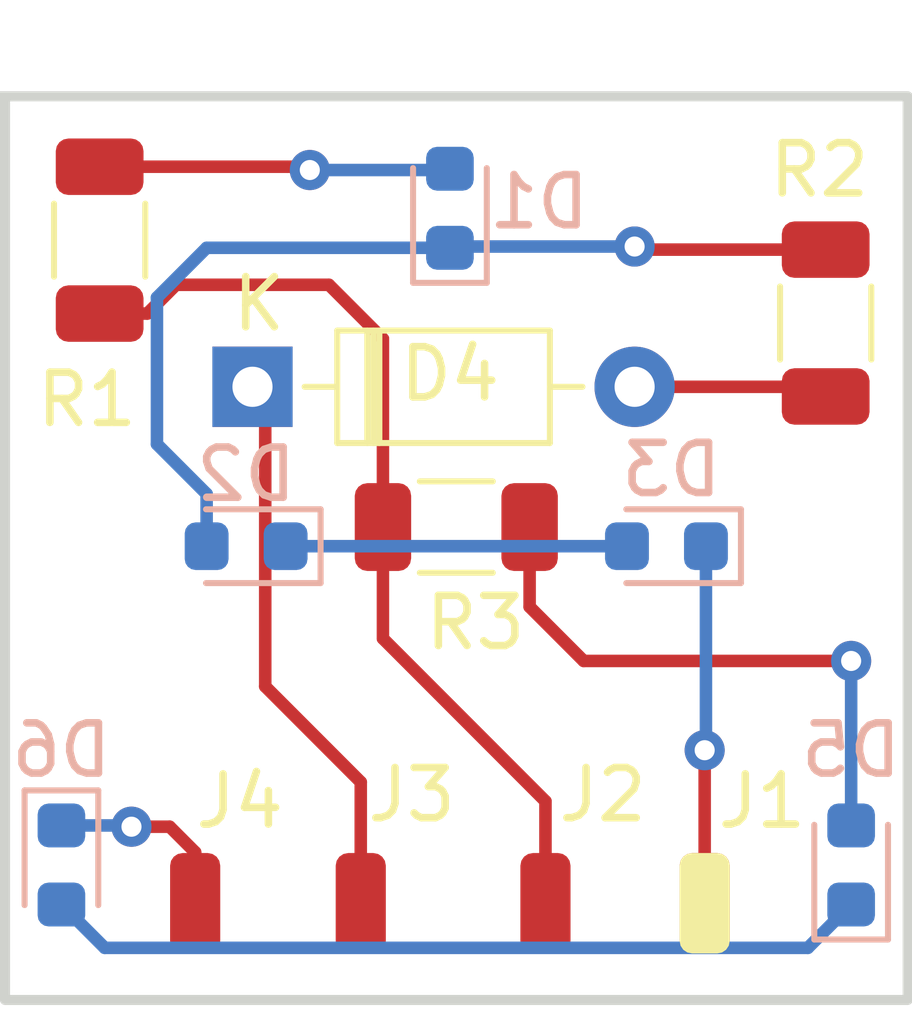
<source format=kicad_pcb>
(kicad_pcb (version 20211014) (generator pcbnew)
  (layers (0 "F.Cu" signal) (31 "B.Cu" signal) (34 "B.Paste" user) (35 "F.Paste" user) (36 "B.SilkS" user "B.Silkscreen") (37 "F.SilkS" user "F.Silkscreen") (38 "B.Mask" user) (39 "F.Mask" user) (44 "Edge.Cuts" user))
  (property "author" "Frans Jacobs")
  (property "title" "DHG 700 led")
  (net 0 "")
  (net 1 "Net-(D1-Pad1)")
  (net 2 "Net-(D1-Pad2)")
  (net 3 "Net-(D2-Pad1)")
  (net 4 "Net-(D3-Pad1)")
  (net 5 "Net-(D4-Pad1)")
  (net 6 "Net-(D4-Pad2)")
  (net 7 "Net-(D5-Pad1)")
  (net 8 "Net-(D5-Pad2)")
  (net 9 "Net-(D6-Pad1)")
  (net 10 "Net-(J2-Pad1)")
  (footprint "Connector_Wire:SolderWirePad_1x01_SMD_1x2mm" (layer "F.Cu") (at 113.792 76.073)
    (fp_text reference "J4" (at 0.889 -2.032) (layer "F.SilkS"))
    (fp_text value "R")
    (pad "1" smd roundrect (at 0 0) (size 1 2) (layers "F.Cu" "B.Paste" "F.Mask") (net 9 "Net-(D6-Pad1)"))
  )
  (footprint "Resistor_SMD:R_1206_3216Metric" (layer "F.Cu") (at 111.887 62.865 90)
    (fp_text reference "R1" (at -3.175 -0.254) (layer "F.SilkS"))
    (fp_text value "4k7")
    (fp_line (start -0.727064 -0.91) (end 0.727064 -0.91) (layer "F.SilkS") (width 0.12))
    (fp_line (start -0.727064 0.91) (end 0.727064 0.91) (layer "F.SilkS") (width 0.12))
    (pad "1" smd roundrect (at -1.4625 0 90) (size 1.125 1.75) (layers "F.Cu" "F.Paste" "F.Mask") (roundrect_rratio 0.2222222222) (net 10 "Net-(J2-Pad1)"))
    (pad "2" smd roundrect (at 1.4625 0 90) (size 1.125 1.75) (layers "F.Cu" "F.Paste" "F.Mask") (roundrect_rratio 0.2222222222) (net 2 "Net-(D1-Pad2)"))
  )
  (footprint "Connector_Wire:SolderWirePad_1x01_SMD_1x2mm" (layer "F.Cu") (at 117.094 76.073)
    (fp_text reference "J3" (at 1.016 -2.159) (layer "F.SilkS"))
    (fp_text value "S")
    (pad "1" smd roundrect (at 0 0) (size 1 2) (layers "F.Cu" "F.Paste" "F.Mask") (net 5 "Net-(D4-Pad1)"))
  )
  (footprint "Connector_Wire:SolderWirePad_1x01_SMD_1x2mm" (layer "F.Cu") (at 123.952 76.073)
    (fp_text reference "J1" (at 1.143 -2.032) (layer "F.SilkS"))
    (fp_text value "F")
    (pad "1" smd roundrect (at 0 0) (size 1 2) (layers "F.Cu" "F.SilkS" "F.Mask") (net 4 "Net-(D3-Pad1)"))
  )
  (footprint "Resistor_SMD:R_1206_3216Metric" (layer "F.Cu") (at 118.999 68.58)
    (fp_text reference "R3" (at 0.381 1.905) (layer "F.SilkS"))
    (fp_text value "10k")
    (fp_line (start -0.727064 0.91) (end 0.727064 0.91) (layer "F.SilkS") (width 0.12))
    (fp_line (start -0.727064 -0.91) (end 0.727064 -0.91) (layer "F.SilkS") (width 0.12))
    (pad "1" smd roundrect (at -1.4625 0) (size 1.125 1.75) (layers "F.Cu" "F.Paste" "F.Mask") (roundrect_rratio 0.2222222222) (net 10 "Net-(J2-Pad1)"))
    (pad "2" smd roundrect (at 1.4625 0) (size 1.125 1.75) (layers "F.Cu" "F.Paste" "F.Mask") (roundrect_rratio 0.2222222222) (net 8 "Net-(D5-Pad2)"))
  )
  (footprint "Connector_Wire:SolderWirePad_1x01_SMD_1x2mm" (layer "F.Cu") (at 120.777 76.073)
    (fp_text reference "J2" (at 1.143 -2.159) (layer "F.SilkS"))
    (fp_text value "+")
    (pad "1" smd roundrect (at 0 0) (size 1 2) (layers "F.Cu" "F.Paste" "F.Mask") (net 10 "Net-(J2-Pad1)"))
  )
  (footprint "Diode_THT:D_DO-35_SOD27_P7.62mm_Horizontal" (layer "F.Cu") (at 114.935 65.786)
    (fp_text reference "D4" (at 3.937 -0.254) (layer "F.SilkS"))
    (fp_text value "1N4148")
    (fp_text user "K" (at 0.127 -1.651) (layer "F.SilkS"))
    (fp_line (start 2.29 -1.12) (end 2.29 1.12) (layer "F.SilkS") (width 0.12))
    (fp_line (start 6.58 0) (end 5.93 0) (layer "F.SilkS") (width 0.12))
    (fp_line (start 1.04 0) (end 1.69 0) (layer "F.SilkS") (width 0.12))
    (fp_line (start 5.93 -1.12) (end 1.69 -1.12) (layer "F.SilkS") (width 0.12))
    (fp_line (start 2.41 -1.12) (end 2.41 1.12) (layer "F.SilkS") (width 0.12))
    (fp_line (start 1.69 1.12) (end 5.93 1.12) (layer "F.SilkS") (width 0.12))
    (fp_line (start 2.53 -1.12) (end 2.53 1.12) (layer "F.SilkS") (width 0.12))
    (fp_line (start 1.69 -1.12) (end 1.69 1.12) (layer "F.SilkS") (width 0.12))
    (fp_line (start 5.93 1.12) (end 5.93 -1.12) (layer "F.SilkS") (width 0.12))
    (pad "1" thru_hole rect (at 0 0) (size 1.6 1.6) (drill 0.8) (layers *.Cu *.Mask) (net 5 "Net-(D4-Pad1)"))
    (pad "2" thru_hole oval (at 7.62 0) (size 1.6 1.6) (drill 0.8) (layers *.Cu *.Mask) (net 6 "Net-(D4-Pad2)"))
  )
  (footprint "Resistor_SMD:R_1206_3216Metric" (layer "F.Cu") (at 126.365 64.516 -90)
    (fp_text reference "R2" (at -3.048 0.127) (layer "F.SilkS"))
    (fp_text value "270")
    (fp_line (start -0.727064 -0.91) (end 0.727064 -0.91) (layer "F.SilkS") (width 0.12))
    (fp_line (start -0.727064 0.91) (end 0.727064 0.91) (layer "F.SilkS") (width 0.12))
    (pad "1" smd roundrect (at -1.4625 0 270) (size 1.125 1.75) (layers "F.Cu" "F.Paste" "F.Mask") (roundrect_rratio 0.2222222222) (net 1 "Net-(D1-Pad1)"))
    (pad "2" smd roundrect (at 1.4625 0 270) (size 1.125 1.75) (layers "F.Cu" "F.Paste" "F.Mask") (roundrect_rratio 0.2222222222) (net 6 "Net-(D4-Pad2)"))
  )
  (footprint "LED_SMD:LED_0603_1608Metric" (layer "B.Cu") (at 111.125 75.311 -90)
    (fp_text reference "D6" (at -2.286 0) (layer "B.SilkS") (effects (justify mirror)))
    (fp_text value "Led Red")
    (fp_line (start 0.8 0.735) (end -1.485 0.735) (layer "B.SilkS") (width 0.12))
    (fp_line (start -1.485 -0.735) (end 0.8 -0.735) (layer "B.SilkS") (width 0.12))
    (fp_line (start -1.485 0.735) (end -1.485 -0.735) (layer "B.SilkS") (width 0.12))
    (pad "1" smd roundrect (at -0.7875 0 270) (size 0.875 0.95) (layers "B.Cu" "B.Paste" "B.Mask") (net 9 "Net-(D6-Pad1)"))
    (pad "2" smd roundrect (at 0.7875 0 270) (size 0.875 0.95) (layers "B.Cu" "B.Paste" "B.Mask") (net 7 "Net-(D5-Pad1)"))
  )
  (footprint "LED_SMD:LED_0603_1608Metric" (layer "B.Cu") (at 114.808 68.961 180)
    (fp_text reference "D2" (at 0 1.43) (layer "B.SilkS") (effects (justify mirror)))
    (fp_text value "Led Yellow")
    (fp_line (start 0.8 0.735) (end -1.485 0.735) (layer "B.SilkS") (width 0.12))
    (fp_line (start -1.485 0.735) (end -1.485 -0.735) (layer "B.SilkS") (width 0.12))
    (fp_line (start -1.485 -0.735) (end 0.8 -0.735) (layer "B.SilkS") (width 0.12))
    (pad "1" smd roundrect (at -0.7875 0 180) (size 0.875 0.95) (layers "B.Cu" "B.Paste" "B.Mask") (net 3 "Net-(D2-Pad1)"))
    (pad "2" smd roundrect (at 0.7875 0 180) (size 0.875 0.95) (layers "B.Cu" "B.Paste" "B.Mask") (net 1 "Net-(D1-Pad1)"))
  )
  (footprint "LED_SMD:LED_0603_1608Metric" (layer "B.Cu") (at 123.19 68.961 180)
    (fp_text reference "D3" (at -0.1015 1.524) (layer "B.SilkS") (effects (justify mirror)))
    (fp_text value "Led Yellow")
    (fp_line (start -1.485 -0.735) (end 0.8 -0.735) (layer "B.SilkS") (width 0.12))
    (fp_line (start -1.485 0.735) (end -1.485 -0.735) (layer "B.SilkS") (width 0.12))
    (fp_line (start 0.8 0.735) (end -1.485 0.735) (layer "B.SilkS") (width 0.12))
    (pad "1" smd roundrect (at -0.7875 0 180) (size 0.875 0.95) (layers "B.Cu" "B.Paste" "B.Mask") (net 4 "Net-(D3-Pad1)"))
    (pad "2" smd roundrect (at 0.7875 0 180) (size 0.875 0.95) (layers "B.Cu" "B.Paste" "B.Mask") (net 3 "Net-(D2-Pad1)"))
  )
  (footprint "LED_SMD:LED_0603_1608Metric" (layer "B.Cu") (at 126.873 75.311 90)
    (fp_text reference "D5" (at 2.286 0) (layer "B.SilkS") (effects (justify mirror)))
    (fp_text value "Led Red")
    (fp_line (start 0.8 0.735) (end -1.485 0.735) (layer "B.SilkS") (width 0.12))
    (fp_line (start -1.485 0.735) (end -1.485 -0.735) (layer "B.SilkS") (width 0.12))
    (fp_line (start -1.485 -0.735) (end 0.8 -0.735) (layer "B.SilkS") (width 0.12))
    (pad "1" smd roundrect (at -0.7875 0 90) (size 0.875 0.95) (layers "B.Cu" "B.Paste" "B.Mask") (net 7 "Net-(D5-Pad1)"))
    (pad "2" smd roundrect (at 0.7875 0 90) (size 0.875 0.95) (layers "B.Cu" "B.Paste" "B.Mask") (net 8 "Net-(D5-Pad2)"))
  )
  (footprint "LED_SMD:LED_0603_1608Metric" (layer "B.Cu") (at 118.872 62.23 90)
    (fp_text reference "D1" (at 0.127 1.778) (layer "B.SilkS") (effects (justify mirror)))
    (fp_text value "Led Yellow")
    (fp_line (start -1.485 -0.735) (end 0.8 -0.735) (layer "B.SilkS") (width 0.12))
    (fp_line (start 0.8 0.735) (end -1.485 0.735) (layer "B.SilkS") (width 0.12))
    (fp_line (start -1.485 0.735) (end -1.485 -0.735) (layer "B.SilkS") (width 0.12))
    (pad "1" smd roundrect (at -0.7875 0 90) (size 0.875 0.95) (layers "B.Cu" "B.Paste" "B.Mask") (net 1 "Net-(D1-Pad1)"))
    (pad "2" smd roundrect (at 0.7875 0 90) (size 0.875 0.95) (layers "B.Cu" "B.Paste" "B.Mask") (net 2 "Net-(D1-Pad2)"))
  )
  (gr_rect locked (start 110 60) (end 128 78) (layer "Edge.Cuts") (width 0.2) (fill none))
  (segment (start 122.7435 63.0535) (end 122.6165 63.0535) (width 0.25) (layer "F.Cu") (net 1))
  (segment (start 126.365 63.0535) (end 122.7435 63.0535) (width 0.25) (layer "F.Cu") (net 1))
  (segment (start 122.6165 63.0535) (end 122.555 62.992) (width 0.25) (layer "F.Cu") (net 1))
  (via (at 122.555 62.992) (size 0.8) (drill 0.4) (layers "F.Cu" "B.Cu") (net 1))
  (segment (start 114.0205 68.961) (end 114.0205 67.9195) (width 0.25) (layer "B.Cu") (net 1))
  (segment (start 114.0205 67.9195) (end 113.03 66.929) (width 0.25) (layer "B.Cu") (net 1))
  (segment (start 113.03 66.929) (end 113.03 64.008) (width 0.25) (layer "B.Cu") (net 1))
  (segment (start 118.8975 62.992) (end 118.872 63.0175) (width 0.25) (layer "B.Cu") (net 1))
  (segment (start 122.555 62.992) (end 118.8975 62.992) (width 0.25) (layer "B.Cu") (net 1))
  (segment (start 113.03 64.008) (end 114.0205 63.0175) (width 0.25) (layer "B.Cu") (net 1))
  (segment (start 114.0205 63.0175) (end 118.872 63.0175) (width 0.25) (layer "B.Cu") (net 1))
  (segment (start 111.887 61.4025) (end 115.6315 61.4025) (width 0.25) (layer "F.Cu") (net 2))
  (segment (start 116.0125 61.4025) (end 116.078 61.468) (width 0.25) (layer "F.Cu") (net 2))
  (segment (start 115.6315 61.4025) (end 116.0125 61.4025) (width 0.25) (layer "F.Cu") (net 2))
  (via (at 116.078 61.468) (size 0.8) (drill 0.4) (layers "F.Cu" "B.Cu") (net 2))
  (segment (start 116.078 61.468) (end 118.8465 61.468) (width 0.25) (layer "B.Cu") (net 2))
  (segment (start 115.5955 68.961) (end 122.4025 68.961) (width 0.25) (layer "B.Cu") (net 3))
  (segment (start 123.952 76.073) (end 123.952 73.025) (width 0.25) (layer "F.Cu") (net 4))
  (via (at 123.952 73.025) (size 0.8) (drill 0.4) (layers "F.Cu" "B.Cu") (net 4))
  (segment (start 123.9775 72.9995) (end 123.952 73.025) (width 0.25) (layer "B.Cu") (net 4))
  (segment (start 123.9775 68.961) (end 123.9775 72.9995) (width 0.25) (layer "B.Cu") (net 4))
  (segment (start 115.189 71.755) (end 115.189 65.532) (width 0.25) (layer "F.Cu") (net 5))
  (segment (start 117.094 76.073) (end 117.094 73.66) (width 0.25) (layer "F.Cu") (net 5))
  (segment (start 117.094 73.66) (end 115.189 71.755) (width 0.25) (layer "F.Cu") (net 5))
  (segment (start 126.365 65.9785) (end 126.1725 65.786) (width 0.25) (layer "F.Cu") (net 6))
  (segment (start 126.1725 65.786) (end 122.555 65.786) (width 0.25) (layer "F.Cu") (net 6))
  (segment (start 111.125 76.0985) (end 111.9885 76.962) (width 0.25) (layer "B.Cu") (net 7))
  (segment (start 126.0095 76.962) (end 126.873 76.0985) (width 0.25) (layer "B.Cu") (net 7))
  (segment (start 111.9885 76.962) (end 126.0095 76.962) (width 0.25) (layer "B.Cu") (net 7))
  (segment (start 120.4615 68.58) (end 120.4615 70.1695) (width 0.25) (layer "F.Cu") (net 8))
  (segment (start 121.539 71.247) (end 126.873 71.247) (width 0.25) (layer "F.Cu") (net 8))
  (segment (start 120.4615 70.1695) (end 121.539 71.247) (width 0.25) (layer "F.Cu") (net 8))
  (via (at 126.873 71.247) (size 0.8) (drill 0.4) (layers "F.Cu" "B.Cu") (net 8))
  (segment (start 126.873 71.247) (end 126.873 74.5235) (width 0.25) (layer "B.Cu") (net 8))
  (segment (start 113.284 74.549) (end 113.792 75.057) (width 0.25) (layer "F.Cu") (net 9))
  (segment (start 113.792 75.057) (end 113.792 76.073) (width 0.25) (layer "F.Cu") (net 9))
  (segment (start 112.522 74.549) (end 113.284 74.549) (width 0.25) (layer "F.Cu") (net 9))
  (via (at 112.522 74.549) (size 0.8) (drill 0.4) (layers "F.Cu" "B.Cu") (net 9))
  (segment (start 112.4965 74.5235) (end 112.522 74.549) (width 0.25) (layer "B.Cu") (net 9))
  (segment (start 111.125 74.5235) (end 112.3695 74.5235) (width 0.25) (layer "B.Cu") (net 9))
  (segment (start 112.3695 74.5235) (end 112.4965 74.5235) (width 0.25) (layer "B.Cu") (net 9))
  (segment (start 120.777 74.041) (end 120.777 76.073) (width 0.25) (layer "F.Cu") (net 10))
  (segment (start 111.887 64.3275) (end 112.8375 64.3275) (width 0.25) (layer "F.Cu") (net 10))
  (segment (start 116.459 63.754) (end 117.5365 64.8315) (width 0.25) (layer "F.Cu") (net 10))
  (segment (start 112.8375 64.3275) (end 113.411 63.754) (width 0.25) (layer "F.Cu") (net 10))
  (segment (start 117.5365 64.8315) (end 117.5365 68.58) (width 0.25) (layer "F.Cu") (net 10))
  (segment (start 117.5365 70.8005) (end 120.777 74.041) (width 0.25) (layer "F.Cu") (net 10))
  (segment (start 113.411 63.754) (end 116.459 63.754) (width 0.25) (layer "F.Cu") (net 10))
  (segment (start 117.5365 68.58) (end 117.5365 70.8005) (width 0.25) (layer "F.Cu") (net 10))
)
</source>
